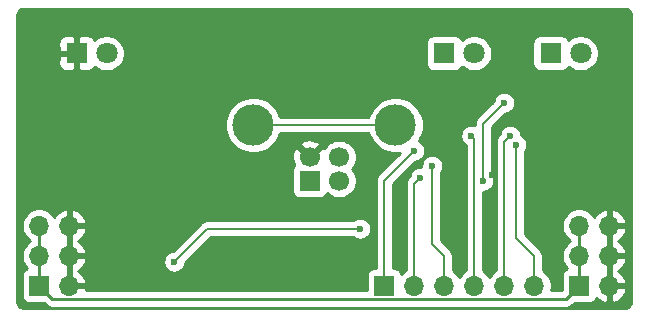
<source format=gbl>
%TF.GenerationSoftware,KiCad,Pcbnew,(5.1.10-0-10_14)*%
%TF.CreationDate,2021-05-10T23:18:38+02:00*%
%TF.ProjectId,USB_power_serial_breakout,5553425f-706f-4776-9572-5f7365726961,rev?*%
%TF.SameCoordinates,Original*%
%TF.FileFunction,Copper,L2,Bot*%
%TF.FilePolarity,Positive*%
%FSLAX46Y46*%
G04 Gerber Fmt 4.6, Leading zero omitted, Abs format (unit mm)*
G04 Created by KiCad (PCBNEW (5.1.10-0-10_14)) date 2021-05-10 23:18:38*
%MOMM*%
%LPD*%
G01*
G04 APERTURE LIST*
%TA.AperFunction,ComponentPad*%
%ADD10C,1.800000*%
%TD*%
%TA.AperFunction,ComponentPad*%
%ADD11R,1.800000X1.800000*%
%TD*%
%TA.AperFunction,ComponentPad*%
%ADD12O,1.700000X1.700000*%
%TD*%
%TA.AperFunction,ComponentPad*%
%ADD13R,1.700000X1.700000*%
%TD*%
%TA.AperFunction,ComponentPad*%
%ADD14C,3.500000*%
%TD*%
%TA.AperFunction,ComponentPad*%
%ADD15C,1.700000*%
%TD*%
%TA.AperFunction,ViaPad*%
%ADD16C,0.600000*%
%TD*%
%TA.AperFunction,Conductor*%
%ADD17C,0.228600*%
%TD*%
%TA.AperFunction,Conductor*%
%ADD18C,0.152400*%
%TD*%
%TA.AperFunction,Conductor*%
%ADD19C,0.254000*%
%TD*%
%TA.AperFunction,Conductor*%
%ADD20C,0.100000*%
%TD*%
G04 APERTURE END LIST*
D10*
%TO.P,D3,2*%
%TO.N,Net-(D3-Pad2)*%
X198755000Y-66675000D03*
D11*
%TO.P,D3,1*%
%TO.N,GND*%
X196215000Y-66675000D03*
%TD*%
D12*
%TO.P,J4,6*%
%TO.N,CBUS0*%
X234950000Y-86360000D03*
%TO.P,J4,5*%
%TO.N,CBUS3*%
X232410000Y-86360000D03*
%TO.P,J4,4*%
%TO.N,TxD*%
X229870000Y-86360000D03*
%TO.P,J4,3*%
%TO.N,RxD*%
X227330000Y-86360000D03*
%TO.P,J4,2*%
%TO.N,~CTS*%
X224790000Y-86360000D03*
D13*
%TO.P,J4,1*%
%TO.N,~RTS*%
X222250000Y-86360000D03*
%TD*%
D14*
%TO.P,J3,5*%
%TO.N,Net-(J3-Pad5)*%
X223210000Y-72760000D03*
X211170000Y-72760000D03*
D15*
%TO.P,J3,4*%
%TO.N,GND*%
X215940000Y-75470000D03*
%TO.P,J3,3*%
%TO.N,Net-(C2-Pad1)*%
X218440000Y-75470000D03*
%TO.P,J3,2*%
%TO.N,Net-(C3-Pad1)*%
X218440000Y-77470000D03*
D13*
%TO.P,J3,1*%
%TO.N,/vbus*%
X215940000Y-77470000D03*
%TD*%
D12*
%TO.P,J2,6*%
%TO.N,GND*%
X241300000Y-81280000D03*
%TO.P,J2,5*%
%TO.N,VCC*%
X238760000Y-81280000D03*
%TO.P,J2,4*%
%TO.N,GND*%
X241300000Y-83820000D03*
%TO.P,J2,3*%
%TO.N,VCC*%
X238760000Y-83820000D03*
%TO.P,J2,2*%
%TO.N,GND*%
X241300000Y-86360000D03*
D13*
%TO.P,J2,1*%
%TO.N,VCC*%
X238760000Y-86360000D03*
%TD*%
D12*
%TO.P,J1,6*%
%TO.N,GND*%
X195580000Y-81280000D03*
%TO.P,J1,5*%
%TO.N,VCC*%
X193040000Y-81280000D03*
%TO.P,J1,4*%
%TO.N,GND*%
X195580000Y-83820000D03*
%TO.P,J1,3*%
%TO.N,VCC*%
X193040000Y-83820000D03*
%TO.P,J1,2*%
%TO.N,GND*%
X195580000Y-86360000D03*
D13*
%TO.P,J1,1*%
%TO.N,VCC*%
X193040000Y-86360000D03*
%TD*%
D10*
%TO.P,D2,2*%
%TO.N,Net-(C4-Pad1)*%
X238887000Y-66675000D03*
D11*
%TO.P,D2,1*%
%TO.N,Net-(D2-Pad1)*%
X236347000Y-66675000D03*
%TD*%
D10*
%TO.P,D1,2*%
%TO.N,Net-(C4-Pad1)*%
X229870000Y-66675000D03*
D11*
%TO.P,D1,1*%
%TO.N,Net-(D1-Pad1)*%
X227330000Y-66675000D03*
%TD*%
D16*
%TO.N,GND*%
X231394000Y-76962000D03*
X231648000Y-75692000D03*
%TO.N,CBUS0*%
X233426000Y-74422000D03*
%TO.N,CBUS3*%
X232918000Y-73660000D03*
%TO.N,TxD*%
X229616000Y-73660000D03*
%TO.N,RxD*%
X226314000Y-76200000D03*
%TO.N,~CTS*%
X225298000Y-77216000D03*
%TO.N,~RTS*%
X224790000Y-74930000D03*
%TO.N,USBD+*%
X204470000Y-84328000D03*
X220218000Y-81534000D03*
%TO.N,~TXLED*%
X230632000Y-77470000D03*
X232410000Y-70866000D03*
%TD*%
D17*
%TO.N,GND*%
X231394000Y-76962000D02*
X231394000Y-75946000D01*
X231394000Y-75946000D02*
X231648000Y-75692000D01*
%TO.N,VCC*%
X193040000Y-81280000D02*
X193040000Y-86360000D01*
X237643299Y-87476701D02*
X238760000Y-86360000D01*
X194156701Y-87476701D02*
X237643299Y-87476701D01*
X193040000Y-86360000D02*
X194156701Y-87476701D01*
X238760000Y-86360000D02*
X238760000Y-81280000D01*
D18*
%TO.N,Net-(J3-Pad5)*%
X211170000Y-72760000D02*
X223210000Y-72760000D01*
%TO.N,CBUS0*%
X234950000Y-86360000D02*
X234950000Y-83820000D01*
X234950000Y-83820000D02*
X233426000Y-82296000D01*
X233426000Y-82296000D02*
X233426000Y-74422000D01*
%TO.N,CBUS3*%
X232410000Y-74168000D02*
X232918000Y-73660000D01*
X232410000Y-86360000D02*
X232410000Y-74168000D01*
%TO.N,TxD*%
X229870000Y-73914000D02*
X229616000Y-73660000D01*
X229870000Y-86360000D02*
X229870000Y-73914000D01*
%TO.N,RxD*%
X227330000Y-86360000D02*
X227330000Y-83820000D01*
X227330000Y-83820000D02*
X226314000Y-82804000D01*
X226314000Y-82804000D02*
X226314000Y-76200000D01*
%TO.N,~CTS*%
X224790000Y-77724000D02*
X225298000Y-77216000D01*
X224790000Y-86360000D02*
X224790000Y-77724000D01*
%TO.N,~RTS*%
X222250000Y-77470000D02*
X224790000Y-74930000D01*
X222250000Y-86360000D02*
X222250000Y-77470000D01*
%TO.N,USBD+*%
X207264000Y-81534000D02*
X220218000Y-81534000D01*
X204470000Y-84328000D02*
X207264000Y-81534000D01*
%TO.N,~TXLED*%
X230632000Y-77470000D02*
X230632000Y-72644000D01*
X230632000Y-72644000D02*
X232410000Y-70866000D01*
%TD*%
D19*
%TO.N,GND*%
X242687869Y-62904722D02*
X242801246Y-62938953D01*
X242905819Y-62994555D01*
X242997596Y-63069407D01*
X243073091Y-63160664D01*
X243129419Y-63264844D01*
X243164440Y-63377976D01*
X243180000Y-63526022D01*
X243180001Y-87597711D01*
X243165278Y-87747869D01*
X243131047Y-87861246D01*
X243075446Y-87965817D01*
X243000594Y-88057595D01*
X242909335Y-88133091D01*
X242805160Y-88189419D01*
X242692024Y-88224440D01*
X242543979Y-88240000D01*
X191802279Y-88240000D01*
X191652131Y-88225278D01*
X191538754Y-88191047D01*
X191434183Y-88135446D01*
X191342405Y-88060594D01*
X191266909Y-87969335D01*
X191210581Y-87865160D01*
X191175560Y-87752024D01*
X191160000Y-87603979D01*
X191160000Y-85510000D01*
X191551928Y-85510000D01*
X191551928Y-87210000D01*
X191564188Y-87334482D01*
X191600498Y-87454180D01*
X191659463Y-87564494D01*
X191738815Y-87661185D01*
X191835506Y-87740537D01*
X191945820Y-87799502D01*
X192065518Y-87835812D01*
X192190000Y-87848072D01*
X193468401Y-87848072D01*
X193600847Y-87980518D01*
X193624303Y-88009099D01*
X193652884Y-88032555D01*
X193652891Y-88032562D01*
X193737880Y-88102310D01*
X193738398Y-88102735D01*
X193868569Y-88172313D01*
X194009813Y-88215159D01*
X194119895Y-88226001D01*
X194119905Y-88226001D01*
X194156701Y-88229625D01*
X194193497Y-88226001D01*
X237606504Y-88226001D01*
X237643299Y-88229625D01*
X237680094Y-88226001D01*
X237680105Y-88226001D01*
X237790187Y-88215159D01*
X237931431Y-88172313D01*
X238061602Y-88102735D01*
X238175697Y-88009099D01*
X238199162Y-87980507D01*
X238331597Y-87848072D01*
X239610000Y-87848072D01*
X239734482Y-87835812D01*
X239854180Y-87799502D01*
X239964494Y-87740537D01*
X240061185Y-87661185D01*
X240140537Y-87564494D01*
X240199502Y-87454180D01*
X240222498Y-87378374D01*
X240418645Y-87555178D01*
X240668748Y-87704157D01*
X240943109Y-87801481D01*
X241173000Y-87680814D01*
X241173000Y-86487000D01*
X241427000Y-86487000D01*
X241427000Y-87680814D01*
X241656891Y-87801481D01*
X241931252Y-87704157D01*
X242181355Y-87555178D01*
X242397588Y-87360269D01*
X242571641Y-87126920D01*
X242696825Y-86864099D01*
X242741476Y-86716890D01*
X242620155Y-86487000D01*
X241427000Y-86487000D01*
X241173000Y-86487000D01*
X241153000Y-86487000D01*
X241153000Y-86233000D01*
X241173000Y-86233000D01*
X241173000Y-83947000D01*
X241427000Y-83947000D01*
X241427000Y-86233000D01*
X242620155Y-86233000D01*
X242741476Y-86003110D01*
X242696825Y-85855901D01*
X242571641Y-85593080D01*
X242397588Y-85359731D01*
X242181355Y-85164822D01*
X242055745Y-85090000D01*
X242181355Y-85015178D01*
X242397588Y-84820269D01*
X242571641Y-84586920D01*
X242696825Y-84324099D01*
X242741476Y-84176890D01*
X242620155Y-83947000D01*
X241427000Y-83947000D01*
X241173000Y-83947000D01*
X241153000Y-83947000D01*
X241153000Y-83693000D01*
X241173000Y-83693000D01*
X241173000Y-81407000D01*
X241427000Y-81407000D01*
X241427000Y-83693000D01*
X242620155Y-83693000D01*
X242741476Y-83463110D01*
X242696825Y-83315901D01*
X242571641Y-83053080D01*
X242397588Y-82819731D01*
X242181355Y-82624822D01*
X242055745Y-82550000D01*
X242181355Y-82475178D01*
X242397588Y-82280269D01*
X242571641Y-82046920D01*
X242696825Y-81784099D01*
X242741476Y-81636890D01*
X242620155Y-81407000D01*
X241427000Y-81407000D01*
X241173000Y-81407000D01*
X241153000Y-81407000D01*
X241153000Y-81153000D01*
X241173000Y-81153000D01*
X241173000Y-79959186D01*
X241427000Y-79959186D01*
X241427000Y-81153000D01*
X242620155Y-81153000D01*
X242741476Y-80923110D01*
X242696825Y-80775901D01*
X242571641Y-80513080D01*
X242397588Y-80279731D01*
X242181355Y-80084822D01*
X241931252Y-79935843D01*
X241656891Y-79838519D01*
X241427000Y-79959186D01*
X241173000Y-79959186D01*
X240943109Y-79838519D01*
X240668748Y-79935843D01*
X240418645Y-80084822D01*
X240202412Y-80279731D01*
X240031100Y-80509406D01*
X239913475Y-80333368D01*
X239706632Y-80126525D01*
X239463411Y-79964010D01*
X239193158Y-79852068D01*
X238906260Y-79795000D01*
X238613740Y-79795000D01*
X238326842Y-79852068D01*
X238056589Y-79964010D01*
X237813368Y-80126525D01*
X237606525Y-80333368D01*
X237444010Y-80576589D01*
X237332068Y-80846842D01*
X237275000Y-81133740D01*
X237275000Y-81426260D01*
X237332068Y-81713158D01*
X237444010Y-81983411D01*
X237606525Y-82226632D01*
X237813368Y-82433475D01*
X237987760Y-82550000D01*
X237813368Y-82666525D01*
X237606525Y-82873368D01*
X237444010Y-83116589D01*
X237332068Y-83386842D01*
X237275000Y-83673740D01*
X237275000Y-83966260D01*
X237332068Y-84253158D01*
X237444010Y-84523411D01*
X237606525Y-84766632D01*
X237738380Y-84898487D01*
X237665820Y-84920498D01*
X237555506Y-84979463D01*
X237458815Y-85058815D01*
X237379463Y-85155506D01*
X237320498Y-85265820D01*
X237284188Y-85385518D01*
X237271928Y-85510000D01*
X237271928Y-86727401D01*
X236391012Y-86727401D01*
X236435000Y-86506260D01*
X236435000Y-86213740D01*
X236377932Y-85926842D01*
X236265990Y-85656589D01*
X236103475Y-85413368D01*
X235896632Y-85206525D01*
X235661200Y-85049214D01*
X235661200Y-83854917D01*
X235664639Y-83819999D01*
X235661200Y-83785081D01*
X235661200Y-83785064D01*
X235650909Y-83680580D01*
X235610242Y-83546519D01*
X235565659Y-83463110D01*
X235544202Y-83422966D01*
X235477597Y-83341808D01*
X235477593Y-83341804D01*
X235455327Y-83314673D01*
X235428196Y-83292407D01*
X234137200Y-82001413D01*
X234137200Y-75033090D01*
X234152262Y-75018028D01*
X234254586Y-74864889D01*
X234325068Y-74694729D01*
X234361000Y-74514089D01*
X234361000Y-74329911D01*
X234325068Y-74149271D01*
X234254586Y-73979111D01*
X234152262Y-73825972D01*
X234022028Y-73695738D01*
X233868889Y-73593414D01*
X233853000Y-73586833D01*
X233853000Y-73567911D01*
X233817068Y-73387271D01*
X233746586Y-73217111D01*
X233644262Y-73063972D01*
X233514028Y-72933738D01*
X233360889Y-72831414D01*
X233190729Y-72760932D01*
X233010089Y-72725000D01*
X232825911Y-72725000D01*
X232645271Y-72760932D01*
X232475111Y-72831414D01*
X232321972Y-72933738D01*
X232191738Y-73063972D01*
X232089414Y-73217111D01*
X232018932Y-73387271D01*
X231983000Y-73567911D01*
X231983000Y-73589213D01*
X231931809Y-73640404D01*
X231904674Y-73662673D01*
X231882404Y-73689809D01*
X231882403Y-73689810D01*
X231815798Y-73770968D01*
X231786398Y-73825972D01*
X231749759Y-73894519D01*
X231709092Y-74028580D01*
X231705344Y-74066629D01*
X231695360Y-74168000D01*
X231698801Y-74202936D01*
X231698800Y-85049214D01*
X231463368Y-85206525D01*
X231256525Y-85413368D01*
X231140000Y-85587760D01*
X231023475Y-85413368D01*
X230816632Y-85206525D01*
X230581200Y-85049214D01*
X230581200Y-78405000D01*
X230724089Y-78405000D01*
X230904729Y-78369068D01*
X231074889Y-78298586D01*
X231228028Y-78196262D01*
X231358262Y-78066028D01*
X231460586Y-77912889D01*
X231531068Y-77742729D01*
X231567000Y-77562089D01*
X231567000Y-77377911D01*
X231531068Y-77197271D01*
X231460586Y-77027111D01*
X231358262Y-76873972D01*
X231343200Y-76858910D01*
X231343200Y-72938587D01*
X232480789Y-71801000D01*
X232502089Y-71801000D01*
X232682729Y-71765068D01*
X232852889Y-71694586D01*
X233006028Y-71592262D01*
X233136262Y-71462028D01*
X233238586Y-71308889D01*
X233309068Y-71138729D01*
X233345000Y-70958089D01*
X233345000Y-70773911D01*
X233309068Y-70593271D01*
X233238586Y-70423111D01*
X233136262Y-70269972D01*
X233006028Y-70139738D01*
X232852889Y-70037414D01*
X232682729Y-69966932D01*
X232502089Y-69931000D01*
X232317911Y-69931000D01*
X232137271Y-69966932D01*
X231967111Y-70037414D01*
X231813972Y-70139738D01*
X231683738Y-70269972D01*
X231581414Y-70423111D01*
X231510932Y-70593271D01*
X231475000Y-70773911D01*
X231475000Y-70795211D01*
X230153810Y-72116403D01*
X230126674Y-72138673D01*
X230104404Y-72165809D01*
X230104403Y-72165810D01*
X230037798Y-72246968D01*
X229971759Y-72370519D01*
X229931092Y-72504581D01*
X229917360Y-72644000D01*
X229920801Y-72678936D01*
X229920801Y-72774217D01*
X229888729Y-72760932D01*
X229708089Y-72725000D01*
X229523911Y-72725000D01*
X229343271Y-72760932D01*
X229173111Y-72831414D01*
X229019972Y-72933738D01*
X228889738Y-73063972D01*
X228787414Y-73217111D01*
X228716932Y-73387271D01*
X228681000Y-73567911D01*
X228681000Y-73752089D01*
X228716932Y-73932729D01*
X228787414Y-74102889D01*
X228889738Y-74256028D01*
X229019972Y-74386262D01*
X229158801Y-74479024D01*
X229158800Y-85049214D01*
X228923368Y-85206525D01*
X228716525Y-85413368D01*
X228600000Y-85587760D01*
X228483475Y-85413368D01*
X228276632Y-85206525D01*
X228041200Y-85049214D01*
X228041200Y-83854928D01*
X228044640Y-83820000D01*
X228041200Y-83785071D01*
X228041200Y-83785064D01*
X228030909Y-83680580D01*
X227990242Y-83546519D01*
X227924202Y-83422967D01*
X227835327Y-83314673D01*
X227808191Y-83292403D01*
X227025200Y-82509413D01*
X227025200Y-76811090D01*
X227040262Y-76796028D01*
X227142586Y-76642889D01*
X227213068Y-76472729D01*
X227249000Y-76292089D01*
X227249000Y-76107911D01*
X227213068Y-75927271D01*
X227142586Y-75757111D01*
X227040262Y-75603972D01*
X226910028Y-75473738D01*
X226756889Y-75371414D01*
X226586729Y-75300932D01*
X226406089Y-75265000D01*
X226221911Y-75265000D01*
X226041271Y-75300932D01*
X225871111Y-75371414D01*
X225717972Y-75473738D01*
X225587738Y-75603972D01*
X225485414Y-75757111D01*
X225414932Y-75927271D01*
X225379000Y-76107911D01*
X225379000Y-76281000D01*
X225205911Y-76281000D01*
X225025271Y-76316932D01*
X224855111Y-76387414D01*
X224701972Y-76489738D01*
X224571738Y-76619972D01*
X224469414Y-76773111D01*
X224398932Y-76943271D01*
X224363000Y-77123911D01*
X224363000Y-77145213D01*
X224311809Y-77196404D01*
X224284674Y-77218673D01*
X224262404Y-77245809D01*
X224262403Y-77245810D01*
X224195798Y-77326968D01*
X224168569Y-77377911D01*
X224129759Y-77450519D01*
X224089092Y-77584580D01*
X224085972Y-77616260D01*
X224075360Y-77724000D01*
X224078801Y-77758936D01*
X224078800Y-85049214D01*
X223843368Y-85206525D01*
X223711513Y-85338380D01*
X223689502Y-85265820D01*
X223630537Y-85155506D01*
X223551185Y-85058815D01*
X223454494Y-84979463D01*
X223344180Y-84920498D01*
X223224482Y-84884188D01*
X223100000Y-84871928D01*
X222961200Y-84871928D01*
X222961200Y-77764587D01*
X224860789Y-75865000D01*
X224882089Y-75865000D01*
X225062729Y-75829068D01*
X225232889Y-75758586D01*
X225386028Y-75656262D01*
X225516262Y-75526028D01*
X225618586Y-75372889D01*
X225689068Y-75202729D01*
X225725000Y-75022089D01*
X225725000Y-74837911D01*
X225689068Y-74657271D01*
X225618586Y-74487111D01*
X225516262Y-74333972D01*
X225386028Y-74203738D01*
X225232889Y-74101414D01*
X225193118Y-74084941D01*
X225323560Y-73889721D01*
X225503346Y-73455679D01*
X225595000Y-72994902D01*
X225595000Y-72525098D01*
X225503346Y-72064321D01*
X225323560Y-71630279D01*
X225062550Y-71239651D01*
X224730349Y-70907450D01*
X224339721Y-70646440D01*
X223905679Y-70466654D01*
X223444902Y-70375000D01*
X222975098Y-70375000D01*
X222514321Y-70466654D01*
X222080279Y-70646440D01*
X221689651Y-70907450D01*
X221357450Y-71239651D01*
X221096440Y-71630279D01*
X220923083Y-72048800D01*
X213456917Y-72048800D01*
X213283560Y-71630279D01*
X213022550Y-71239651D01*
X212690349Y-70907450D01*
X212299721Y-70646440D01*
X211865679Y-70466654D01*
X211404902Y-70375000D01*
X210935098Y-70375000D01*
X210474321Y-70466654D01*
X210040279Y-70646440D01*
X209649651Y-70907450D01*
X209317450Y-71239651D01*
X209056440Y-71630279D01*
X208876654Y-72064321D01*
X208785000Y-72525098D01*
X208785000Y-72994902D01*
X208876654Y-73455679D01*
X209056440Y-73889721D01*
X209317450Y-74280349D01*
X209649651Y-74612550D01*
X210040279Y-74873560D01*
X210474321Y-75053346D01*
X210935098Y-75145000D01*
X211404902Y-75145000D01*
X211865679Y-75053346D01*
X212299721Y-74873560D01*
X212690349Y-74612550D01*
X212861296Y-74441603D01*
X215091208Y-74441603D01*
X215940000Y-75290395D01*
X216788792Y-74441603D01*
X216711157Y-74192528D01*
X216447117Y-74066629D01*
X216163589Y-73994661D01*
X215871469Y-73979389D01*
X215581981Y-74021401D01*
X215306253Y-74119081D01*
X215168843Y-74192528D01*
X215091208Y-74441603D01*
X212861296Y-74441603D01*
X213022550Y-74280349D01*
X213283560Y-73889721D01*
X213456917Y-73471200D01*
X220923083Y-73471200D01*
X221096440Y-73889721D01*
X221357450Y-74280349D01*
X221689651Y-74612550D01*
X222080279Y-74873560D01*
X222514321Y-75053346D01*
X222975098Y-75145000D01*
X223444902Y-75145000D01*
X223600078Y-75114134D01*
X221771810Y-76942403D01*
X221744674Y-76964673D01*
X221722404Y-76991809D01*
X221722403Y-76991810D01*
X221655798Y-77072968D01*
X221589759Y-77196519D01*
X221549092Y-77330581D01*
X221535360Y-77470000D01*
X221538801Y-77504935D01*
X221538800Y-84871928D01*
X221400000Y-84871928D01*
X221275518Y-84884188D01*
X221155820Y-84920498D01*
X221045506Y-84979463D01*
X220948815Y-85058815D01*
X220869463Y-85155506D01*
X220810498Y-85265820D01*
X220774188Y-85385518D01*
X220761928Y-85510000D01*
X220761928Y-86727401D01*
X197018288Y-86727401D01*
X197021476Y-86716890D01*
X196900155Y-86487000D01*
X195707000Y-86487000D01*
X195707000Y-86507000D01*
X195453000Y-86507000D01*
X195453000Y-86487000D01*
X195433000Y-86487000D01*
X195433000Y-86233000D01*
X195453000Y-86233000D01*
X195453000Y-83947000D01*
X195707000Y-83947000D01*
X195707000Y-86233000D01*
X196900155Y-86233000D01*
X197021476Y-86003110D01*
X196976825Y-85855901D01*
X196851641Y-85593080D01*
X196677588Y-85359731D01*
X196461355Y-85164822D01*
X196335745Y-85090000D01*
X196461355Y-85015178D01*
X196677588Y-84820269D01*
X196851641Y-84586920D01*
X196976825Y-84324099D01*
X197003573Y-84235911D01*
X203535000Y-84235911D01*
X203535000Y-84420089D01*
X203570932Y-84600729D01*
X203641414Y-84770889D01*
X203743738Y-84924028D01*
X203873972Y-85054262D01*
X204027111Y-85156586D01*
X204197271Y-85227068D01*
X204377911Y-85263000D01*
X204562089Y-85263000D01*
X204742729Y-85227068D01*
X204912889Y-85156586D01*
X205066028Y-85054262D01*
X205196262Y-84924028D01*
X205298586Y-84770889D01*
X205369068Y-84600729D01*
X205405000Y-84420089D01*
X205405000Y-84398787D01*
X207558589Y-82245200D01*
X219606910Y-82245200D01*
X219621972Y-82260262D01*
X219775111Y-82362586D01*
X219945271Y-82433068D01*
X220125911Y-82469000D01*
X220310089Y-82469000D01*
X220490729Y-82433068D01*
X220660889Y-82362586D01*
X220814028Y-82260262D01*
X220944262Y-82130028D01*
X221046586Y-81976889D01*
X221117068Y-81806729D01*
X221153000Y-81626089D01*
X221153000Y-81441911D01*
X221117068Y-81261271D01*
X221046586Y-81091111D01*
X220944262Y-80937972D01*
X220814028Y-80807738D01*
X220660889Y-80705414D01*
X220490729Y-80634932D01*
X220310089Y-80599000D01*
X220125911Y-80599000D01*
X219945271Y-80634932D01*
X219775111Y-80705414D01*
X219621972Y-80807738D01*
X219606910Y-80822800D01*
X207298928Y-80822800D01*
X207264000Y-80819360D01*
X207229071Y-80822800D01*
X207229064Y-80822800D01*
X207124580Y-80833091D01*
X206990518Y-80873758D01*
X206866967Y-80939798D01*
X206785809Y-81006402D01*
X206785804Y-81006407D01*
X206758673Y-81028673D01*
X206736407Y-81055804D01*
X204399213Y-83393000D01*
X204377911Y-83393000D01*
X204197271Y-83428932D01*
X204027111Y-83499414D01*
X203873972Y-83601738D01*
X203743738Y-83731972D01*
X203641414Y-83885111D01*
X203570932Y-84055271D01*
X203535000Y-84235911D01*
X197003573Y-84235911D01*
X197021476Y-84176890D01*
X196900155Y-83947000D01*
X195707000Y-83947000D01*
X195453000Y-83947000D01*
X195433000Y-83947000D01*
X195433000Y-83693000D01*
X195453000Y-83693000D01*
X195453000Y-81407000D01*
X195707000Y-81407000D01*
X195707000Y-83693000D01*
X196900155Y-83693000D01*
X197021476Y-83463110D01*
X196976825Y-83315901D01*
X196851641Y-83053080D01*
X196677588Y-82819731D01*
X196461355Y-82624822D01*
X196335745Y-82550000D01*
X196461355Y-82475178D01*
X196677588Y-82280269D01*
X196851641Y-82046920D01*
X196976825Y-81784099D01*
X197021476Y-81636890D01*
X196900155Y-81407000D01*
X195707000Y-81407000D01*
X195453000Y-81407000D01*
X195433000Y-81407000D01*
X195433000Y-81153000D01*
X195453000Y-81153000D01*
X195453000Y-79959186D01*
X195707000Y-79959186D01*
X195707000Y-81153000D01*
X196900155Y-81153000D01*
X197021476Y-80923110D01*
X196976825Y-80775901D01*
X196851641Y-80513080D01*
X196677588Y-80279731D01*
X196461355Y-80084822D01*
X196211252Y-79935843D01*
X195936891Y-79838519D01*
X195707000Y-79959186D01*
X195453000Y-79959186D01*
X195223109Y-79838519D01*
X194948748Y-79935843D01*
X194698645Y-80084822D01*
X194482412Y-80279731D01*
X194311100Y-80509406D01*
X194193475Y-80333368D01*
X193986632Y-80126525D01*
X193743411Y-79964010D01*
X193473158Y-79852068D01*
X193186260Y-79795000D01*
X192893740Y-79795000D01*
X192606842Y-79852068D01*
X192336589Y-79964010D01*
X192093368Y-80126525D01*
X191886525Y-80333368D01*
X191724010Y-80576589D01*
X191612068Y-80846842D01*
X191555000Y-81133740D01*
X191555000Y-81426260D01*
X191612068Y-81713158D01*
X191724010Y-81983411D01*
X191886525Y-82226632D01*
X192093368Y-82433475D01*
X192267760Y-82550000D01*
X192093368Y-82666525D01*
X191886525Y-82873368D01*
X191724010Y-83116589D01*
X191612068Y-83386842D01*
X191555000Y-83673740D01*
X191555000Y-83966260D01*
X191612068Y-84253158D01*
X191724010Y-84523411D01*
X191886525Y-84766632D01*
X192018380Y-84898487D01*
X191945820Y-84920498D01*
X191835506Y-84979463D01*
X191738815Y-85058815D01*
X191659463Y-85155506D01*
X191600498Y-85265820D01*
X191564188Y-85385518D01*
X191551928Y-85510000D01*
X191160000Y-85510000D01*
X191160000Y-75538531D01*
X214449389Y-75538531D01*
X214491401Y-75828019D01*
X214589081Y-76103747D01*
X214629759Y-76179850D01*
X214559463Y-76265506D01*
X214500498Y-76375820D01*
X214464188Y-76495518D01*
X214451928Y-76620000D01*
X214451928Y-78320000D01*
X214464188Y-78444482D01*
X214500498Y-78564180D01*
X214559463Y-78674494D01*
X214638815Y-78771185D01*
X214735506Y-78850537D01*
X214845820Y-78909502D01*
X214965518Y-78945812D01*
X215090000Y-78958072D01*
X216790000Y-78958072D01*
X216914482Y-78945812D01*
X217034180Y-78909502D01*
X217144494Y-78850537D01*
X217241185Y-78771185D01*
X217320537Y-78674494D01*
X217379502Y-78564180D01*
X217392203Y-78522310D01*
X217493368Y-78623475D01*
X217736589Y-78785990D01*
X218006842Y-78897932D01*
X218293740Y-78955000D01*
X218586260Y-78955000D01*
X218873158Y-78897932D01*
X219143411Y-78785990D01*
X219386632Y-78623475D01*
X219593475Y-78416632D01*
X219755990Y-78173411D01*
X219867932Y-77903158D01*
X219925000Y-77616260D01*
X219925000Y-77323740D01*
X219867932Y-77036842D01*
X219755990Y-76766589D01*
X219593475Y-76523368D01*
X219540107Y-76470000D01*
X219593475Y-76416632D01*
X219755990Y-76173411D01*
X219867932Y-75903158D01*
X219925000Y-75616260D01*
X219925000Y-75323740D01*
X219867932Y-75036842D01*
X219755990Y-74766589D01*
X219593475Y-74523368D01*
X219386632Y-74316525D01*
X219143411Y-74154010D01*
X218873158Y-74042068D01*
X218586260Y-73985000D01*
X218293740Y-73985000D01*
X218006842Y-74042068D01*
X217736589Y-74154010D01*
X217493368Y-74316525D01*
X217286525Y-74523368D01*
X217177584Y-74686410D01*
X216968397Y-74621208D01*
X216119605Y-75470000D01*
X216133748Y-75484143D01*
X215954143Y-75663748D01*
X215940000Y-75649605D01*
X215925858Y-75663748D01*
X215746253Y-75484143D01*
X215760395Y-75470000D01*
X214911603Y-74621208D01*
X214662528Y-74698843D01*
X214536629Y-74962883D01*
X214464661Y-75246411D01*
X214449389Y-75538531D01*
X191160000Y-75538531D01*
X191160000Y-67575000D01*
X194676928Y-67575000D01*
X194689188Y-67699482D01*
X194725498Y-67819180D01*
X194784463Y-67929494D01*
X194863815Y-68026185D01*
X194960506Y-68105537D01*
X195070820Y-68164502D01*
X195190518Y-68200812D01*
X195315000Y-68213072D01*
X195929250Y-68210000D01*
X196088000Y-68051250D01*
X196088000Y-66802000D01*
X194838750Y-66802000D01*
X194680000Y-66960750D01*
X194676928Y-67575000D01*
X191160000Y-67575000D01*
X191160000Y-65775000D01*
X194676928Y-65775000D01*
X194680000Y-66389250D01*
X194838750Y-66548000D01*
X196088000Y-66548000D01*
X196088000Y-65298750D01*
X196342000Y-65298750D01*
X196342000Y-66548000D01*
X196362000Y-66548000D01*
X196362000Y-66802000D01*
X196342000Y-66802000D01*
X196342000Y-68051250D01*
X196500750Y-68210000D01*
X197115000Y-68213072D01*
X197239482Y-68200812D01*
X197359180Y-68164502D01*
X197469494Y-68105537D01*
X197566185Y-68026185D01*
X197645537Y-67929494D01*
X197704502Y-67819180D01*
X197710056Y-67800873D01*
X197776495Y-67867312D01*
X198027905Y-68035299D01*
X198307257Y-68151011D01*
X198603816Y-68210000D01*
X198906184Y-68210000D01*
X199202743Y-68151011D01*
X199482095Y-68035299D01*
X199733505Y-67867312D01*
X199947312Y-67653505D01*
X200115299Y-67402095D01*
X200231011Y-67122743D01*
X200290000Y-66826184D01*
X200290000Y-66523816D01*
X200231011Y-66227257D01*
X200115299Y-65947905D01*
X199999768Y-65775000D01*
X225791928Y-65775000D01*
X225791928Y-67575000D01*
X225804188Y-67699482D01*
X225840498Y-67819180D01*
X225899463Y-67929494D01*
X225978815Y-68026185D01*
X226075506Y-68105537D01*
X226185820Y-68164502D01*
X226305518Y-68200812D01*
X226430000Y-68213072D01*
X228230000Y-68213072D01*
X228354482Y-68200812D01*
X228474180Y-68164502D01*
X228584494Y-68105537D01*
X228681185Y-68026185D01*
X228760537Y-67929494D01*
X228819502Y-67819180D01*
X228825056Y-67800873D01*
X228891495Y-67867312D01*
X229142905Y-68035299D01*
X229422257Y-68151011D01*
X229718816Y-68210000D01*
X230021184Y-68210000D01*
X230317743Y-68151011D01*
X230597095Y-68035299D01*
X230848505Y-67867312D01*
X231062312Y-67653505D01*
X231230299Y-67402095D01*
X231346011Y-67122743D01*
X231405000Y-66826184D01*
X231405000Y-66523816D01*
X231346011Y-66227257D01*
X231230299Y-65947905D01*
X231114768Y-65775000D01*
X234808928Y-65775000D01*
X234808928Y-67575000D01*
X234821188Y-67699482D01*
X234857498Y-67819180D01*
X234916463Y-67929494D01*
X234995815Y-68026185D01*
X235092506Y-68105537D01*
X235202820Y-68164502D01*
X235322518Y-68200812D01*
X235447000Y-68213072D01*
X237247000Y-68213072D01*
X237371482Y-68200812D01*
X237491180Y-68164502D01*
X237601494Y-68105537D01*
X237698185Y-68026185D01*
X237777537Y-67929494D01*
X237836502Y-67819180D01*
X237842056Y-67800873D01*
X237908495Y-67867312D01*
X238159905Y-68035299D01*
X238439257Y-68151011D01*
X238735816Y-68210000D01*
X239038184Y-68210000D01*
X239334743Y-68151011D01*
X239614095Y-68035299D01*
X239865505Y-67867312D01*
X240079312Y-67653505D01*
X240247299Y-67402095D01*
X240363011Y-67122743D01*
X240422000Y-66826184D01*
X240422000Y-66523816D01*
X240363011Y-66227257D01*
X240247299Y-65947905D01*
X240079312Y-65696495D01*
X239865505Y-65482688D01*
X239614095Y-65314701D01*
X239334743Y-65198989D01*
X239038184Y-65140000D01*
X238735816Y-65140000D01*
X238439257Y-65198989D01*
X238159905Y-65314701D01*
X237908495Y-65482688D01*
X237842056Y-65549127D01*
X237836502Y-65530820D01*
X237777537Y-65420506D01*
X237698185Y-65323815D01*
X237601494Y-65244463D01*
X237491180Y-65185498D01*
X237371482Y-65149188D01*
X237247000Y-65136928D01*
X235447000Y-65136928D01*
X235322518Y-65149188D01*
X235202820Y-65185498D01*
X235092506Y-65244463D01*
X234995815Y-65323815D01*
X234916463Y-65420506D01*
X234857498Y-65530820D01*
X234821188Y-65650518D01*
X234808928Y-65775000D01*
X231114768Y-65775000D01*
X231062312Y-65696495D01*
X230848505Y-65482688D01*
X230597095Y-65314701D01*
X230317743Y-65198989D01*
X230021184Y-65140000D01*
X229718816Y-65140000D01*
X229422257Y-65198989D01*
X229142905Y-65314701D01*
X228891495Y-65482688D01*
X228825056Y-65549127D01*
X228819502Y-65530820D01*
X228760537Y-65420506D01*
X228681185Y-65323815D01*
X228584494Y-65244463D01*
X228474180Y-65185498D01*
X228354482Y-65149188D01*
X228230000Y-65136928D01*
X226430000Y-65136928D01*
X226305518Y-65149188D01*
X226185820Y-65185498D01*
X226075506Y-65244463D01*
X225978815Y-65323815D01*
X225899463Y-65420506D01*
X225840498Y-65530820D01*
X225804188Y-65650518D01*
X225791928Y-65775000D01*
X199999768Y-65775000D01*
X199947312Y-65696495D01*
X199733505Y-65482688D01*
X199482095Y-65314701D01*
X199202743Y-65198989D01*
X198906184Y-65140000D01*
X198603816Y-65140000D01*
X198307257Y-65198989D01*
X198027905Y-65314701D01*
X197776495Y-65482688D01*
X197710056Y-65549127D01*
X197704502Y-65530820D01*
X197645537Y-65420506D01*
X197566185Y-65323815D01*
X197469494Y-65244463D01*
X197359180Y-65185498D01*
X197239482Y-65149188D01*
X197115000Y-65136928D01*
X196500750Y-65140000D01*
X196342000Y-65298750D01*
X196088000Y-65298750D01*
X195929250Y-65140000D01*
X195315000Y-65136928D01*
X195190518Y-65149188D01*
X195070820Y-65185498D01*
X194960506Y-65244463D01*
X194863815Y-65323815D01*
X194784463Y-65420506D01*
X194725498Y-65530820D01*
X194689188Y-65650518D01*
X194676928Y-65775000D01*
X191160000Y-65775000D01*
X191160000Y-63532279D01*
X191174722Y-63382131D01*
X191208953Y-63268754D01*
X191264555Y-63164181D01*
X191339407Y-63072404D01*
X191430664Y-62996909D01*
X191534844Y-62940581D01*
X191647976Y-62905560D01*
X191796022Y-62890000D01*
X242537721Y-62890000D01*
X242687869Y-62904722D01*
%TA.AperFunction,Conductor*%
D20*
G36*
X242687869Y-62904722D02*
G01*
X242801246Y-62938953D01*
X242905819Y-62994555D01*
X242997596Y-63069407D01*
X243073091Y-63160664D01*
X243129419Y-63264844D01*
X243164440Y-63377976D01*
X243180000Y-63526022D01*
X243180001Y-87597711D01*
X243165278Y-87747869D01*
X243131047Y-87861246D01*
X243075446Y-87965817D01*
X243000594Y-88057595D01*
X242909335Y-88133091D01*
X242805160Y-88189419D01*
X242692024Y-88224440D01*
X242543979Y-88240000D01*
X191802279Y-88240000D01*
X191652131Y-88225278D01*
X191538754Y-88191047D01*
X191434183Y-88135446D01*
X191342405Y-88060594D01*
X191266909Y-87969335D01*
X191210581Y-87865160D01*
X191175560Y-87752024D01*
X191160000Y-87603979D01*
X191160000Y-85510000D01*
X191551928Y-85510000D01*
X191551928Y-87210000D01*
X191564188Y-87334482D01*
X191600498Y-87454180D01*
X191659463Y-87564494D01*
X191738815Y-87661185D01*
X191835506Y-87740537D01*
X191945820Y-87799502D01*
X192065518Y-87835812D01*
X192190000Y-87848072D01*
X193468401Y-87848072D01*
X193600847Y-87980518D01*
X193624303Y-88009099D01*
X193652884Y-88032555D01*
X193652891Y-88032562D01*
X193737880Y-88102310D01*
X193738398Y-88102735D01*
X193868569Y-88172313D01*
X194009813Y-88215159D01*
X194119895Y-88226001D01*
X194119905Y-88226001D01*
X194156701Y-88229625D01*
X194193497Y-88226001D01*
X237606504Y-88226001D01*
X237643299Y-88229625D01*
X237680094Y-88226001D01*
X237680105Y-88226001D01*
X237790187Y-88215159D01*
X237931431Y-88172313D01*
X238061602Y-88102735D01*
X238175697Y-88009099D01*
X238199162Y-87980507D01*
X238331597Y-87848072D01*
X239610000Y-87848072D01*
X239734482Y-87835812D01*
X239854180Y-87799502D01*
X239964494Y-87740537D01*
X240061185Y-87661185D01*
X240140537Y-87564494D01*
X240199502Y-87454180D01*
X240222498Y-87378374D01*
X240418645Y-87555178D01*
X240668748Y-87704157D01*
X240943109Y-87801481D01*
X241173000Y-87680814D01*
X241173000Y-86487000D01*
X241427000Y-86487000D01*
X241427000Y-87680814D01*
X241656891Y-87801481D01*
X241931252Y-87704157D01*
X242181355Y-87555178D01*
X242397588Y-87360269D01*
X242571641Y-87126920D01*
X242696825Y-86864099D01*
X242741476Y-86716890D01*
X242620155Y-86487000D01*
X241427000Y-86487000D01*
X241173000Y-86487000D01*
X241153000Y-86487000D01*
X241153000Y-86233000D01*
X241173000Y-86233000D01*
X241173000Y-83947000D01*
X241427000Y-83947000D01*
X241427000Y-86233000D01*
X242620155Y-86233000D01*
X242741476Y-86003110D01*
X242696825Y-85855901D01*
X242571641Y-85593080D01*
X242397588Y-85359731D01*
X242181355Y-85164822D01*
X242055745Y-85090000D01*
X242181355Y-85015178D01*
X242397588Y-84820269D01*
X242571641Y-84586920D01*
X242696825Y-84324099D01*
X242741476Y-84176890D01*
X242620155Y-83947000D01*
X241427000Y-83947000D01*
X241173000Y-83947000D01*
X241153000Y-83947000D01*
X241153000Y-83693000D01*
X241173000Y-83693000D01*
X241173000Y-81407000D01*
X241427000Y-81407000D01*
X241427000Y-83693000D01*
X242620155Y-83693000D01*
X242741476Y-83463110D01*
X242696825Y-83315901D01*
X242571641Y-83053080D01*
X242397588Y-82819731D01*
X242181355Y-82624822D01*
X242055745Y-82550000D01*
X242181355Y-82475178D01*
X242397588Y-82280269D01*
X242571641Y-82046920D01*
X242696825Y-81784099D01*
X242741476Y-81636890D01*
X242620155Y-81407000D01*
X241427000Y-81407000D01*
X241173000Y-81407000D01*
X241153000Y-81407000D01*
X241153000Y-81153000D01*
X241173000Y-81153000D01*
X241173000Y-79959186D01*
X241427000Y-79959186D01*
X241427000Y-81153000D01*
X242620155Y-81153000D01*
X242741476Y-80923110D01*
X242696825Y-80775901D01*
X242571641Y-80513080D01*
X242397588Y-80279731D01*
X242181355Y-80084822D01*
X241931252Y-79935843D01*
X241656891Y-79838519D01*
X241427000Y-79959186D01*
X241173000Y-79959186D01*
X240943109Y-79838519D01*
X240668748Y-79935843D01*
X240418645Y-80084822D01*
X240202412Y-80279731D01*
X240031100Y-80509406D01*
X239913475Y-80333368D01*
X239706632Y-80126525D01*
X239463411Y-79964010D01*
X239193158Y-79852068D01*
X238906260Y-79795000D01*
X238613740Y-79795000D01*
X238326842Y-79852068D01*
X238056589Y-79964010D01*
X237813368Y-80126525D01*
X237606525Y-80333368D01*
X237444010Y-80576589D01*
X237332068Y-80846842D01*
X237275000Y-81133740D01*
X237275000Y-81426260D01*
X237332068Y-81713158D01*
X237444010Y-81983411D01*
X237606525Y-82226632D01*
X237813368Y-82433475D01*
X237987760Y-82550000D01*
X237813368Y-82666525D01*
X237606525Y-82873368D01*
X237444010Y-83116589D01*
X237332068Y-83386842D01*
X237275000Y-83673740D01*
X237275000Y-83966260D01*
X237332068Y-84253158D01*
X237444010Y-84523411D01*
X237606525Y-84766632D01*
X237738380Y-84898487D01*
X237665820Y-84920498D01*
X237555506Y-84979463D01*
X237458815Y-85058815D01*
X237379463Y-85155506D01*
X237320498Y-85265820D01*
X237284188Y-85385518D01*
X237271928Y-85510000D01*
X237271928Y-86727401D01*
X236391012Y-86727401D01*
X236435000Y-86506260D01*
X236435000Y-86213740D01*
X236377932Y-85926842D01*
X236265990Y-85656589D01*
X236103475Y-85413368D01*
X235896632Y-85206525D01*
X235661200Y-85049214D01*
X235661200Y-83854917D01*
X235664639Y-83819999D01*
X235661200Y-83785081D01*
X235661200Y-83785064D01*
X235650909Y-83680580D01*
X235610242Y-83546519D01*
X235565659Y-83463110D01*
X235544202Y-83422966D01*
X235477597Y-83341808D01*
X235477593Y-83341804D01*
X235455327Y-83314673D01*
X235428196Y-83292407D01*
X234137200Y-82001413D01*
X234137200Y-75033090D01*
X234152262Y-75018028D01*
X234254586Y-74864889D01*
X234325068Y-74694729D01*
X234361000Y-74514089D01*
X234361000Y-74329911D01*
X234325068Y-74149271D01*
X234254586Y-73979111D01*
X234152262Y-73825972D01*
X234022028Y-73695738D01*
X233868889Y-73593414D01*
X233853000Y-73586833D01*
X233853000Y-73567911D01*
X233817068Y-73387271D01*
X233746586Y-73217111D01*
X233644262Y-73063972D01*
X233514028Y-72933738D01*
X233360889Y-72831414D01*
X233190729Y-72760932D01*
X233010089Y-72725000D01*
X232825911Y-72725000D01*
X232645271Y-72760932D01*
X232475111Y-72831414D01*
X232321972Y-72933738D01*
X232191738Y-73063972D01*
X232089414Y-73217111D01*
X232018932Y-73387271D01*
X231983000Y-73567911D01*
X231983000Y-73589213D01*
X231931809Y-73640404D01*
X231904674Y-73662673D01*
X231882404Y-73689809D01*
X231882403Y-73689810D01*
X231815798Y-73770968D01*
X231786398Y-73825972D01*
X231749759Y-73894519D01*
X231709092Y-74028580D01*
X231705344Y-74066629D01*
X231695360Y-74168000D01*
X231698801Y-74202936D01*
X231698800Y-85049214D01*
X231463368Y-85206525D01*
X231256525Y-85413368D01*
X231140000Y-85587760D01*
X231023475Y-85413368D01*
X230816632Y-85206525D01*
X230581200Y-85049214D01*
X230581200Y-78405000D01*
X230724089Y-78405000D01*
X230904729Y-78369068D01*
X231074889Y-78298586D01*
X231228028Y-78196262D01*
X231358262Y-78066028D01*
X231460586Y-77912889D01*
X231531068Y-77742729D01*
X231567000Y-77562089D01*
X231567000Y-77377911D01*
X231531068Y-77197271D01*
X231460586Y-77027111D01*
X231358262Y-76873972D01*
X231343200Y-76858910D01*
X231343200Y-72938587D01*
X232480789Y-71801000D01*
X232502089Y-71801000D01*
X232682729Y-71765068D01*
X232852889Y-71694586D01*
X233006028Y-71592262D01*
X233136262Y-71462028D01*
X233238586Y-71308889D01*
X233309068Y-71138729D01*
X233345000Y-70958089D01*
X233345000Y-70773911D01*
X233309068Y-70593271D01*
X233238586Y-70423111D01*
X233136262Y-70269972D01*
X233006028Y-70139738D01*
X232852889Y-70037414D01*
X232682729Y-69966932D01*
X232502089Y-69931000D01*
X232317911Y-69931000D01*
X232137271Y-69966932D01*
X231967111Y-70037414D01*
X231813972Y-70139738D01*
X231683738Y-70269972D01*
X231581414Y-70423111D01*
X231510932Y-70593271D01*
X231475000Y-70773911D01*
X231475000Y-70795211D01*
X230153810Y-72116403D01*
X230126674Y-72138673D01*
X230104404Y-72165809D01*
X230104403Y-72165810D01*
X230037798Y-72246968D01*
X229971759Y-72370519D01*
X229931092Y-72504581D01*
X229917360Y-72644000D01*
X229920801Y-72678936D01*
X229920801Y-72774217D01*
X229888729Y-72760932D01*
X229708089Y-72725000D01*
X229523911Y-72725000D01*
X229343271Y-72760932D01*
X229173111Y-72831414D01*
X229019972Y-72933738D01*
X228889738Y-73063972D01*
X228787414Y-73217111D01*
X228716932Y-73387271D01*
X228681000Y-73567911D01*
X228681000Y-73752089D01*
X228716932Y-73932729D01*
X228787414Y-74102889D01*
X228889738Y-74256028D01*
X229019972Y-74386262D01*
X229158801Y-74479024D01*
X229158800Y-85049214D01*
X228923368Y-85206525D01*
X228716525Y-85413368D01*
X228600000Y-85587760D01*
X228483475Y-85413368D01*
X228276632Y-85206525D01*
X228041200Y-85049214D01*
X228041200Y-83854928D01*
X228044640Y-83820000D01*
X228041200Y-83785071D01*
X228041200Y-83785064D01*
X228030909Y-83680580D01*
X227990242Y-83546519D01*
X227924202Y-83422967D01*
X227835327Y-83314673D01*
X227808191Y-83292403D01*
X227025200Y-82509413D01*
X227025200Y-76811090D01*
X227040262Y-76796028D01*
X227142586Y-76642889D01*
X227213068Y-76472729D01*
X227249000Y-76292089D01*
X227249000Y-76107911D01*
X227213068Y-75927271D01*
X227142586Y-75757111D01*
X227040262Y-75603972D01*
X226910028Y-75473738D01*
X226756889Y-75371414D01*
X226586729Y-75300932D01*
X226406089Y-75265000D01*
X226221911Y-75265000D01*
X226041271Y-75300932D01*
X225871111Y-75371414D01*
X225717972Y-75473738D01*
X225587738Y-75603972D01*
X225485414Y-75757111D01*
X225414932Y-75927271D01*
X225379000Y-76107911D01*
X225379000Y-76281000D01*
X225205911Y-76281000D01*
X225025271Y-76316932D01*
X224855111Y-76387414D01*
X224701972Y-76489738D01*
X224571738Y-76619972D01*
X224469414Y-76773111D01*
X224398932Y-76943271D01*
X224363000Y-77123911D01*
X224363000Y-77145213D01*
X224311809Y-77196404D01*
X224284674Y-77218673D01*
X224262404Y-77245809D01*
X224262403Y-77245810D01*
X224195798Y-77326968D01*
X224168569Y-77377911D01*
X224129759Y-77450519D01*
X224089092Y-77584580D01*
X224085972Y-77616260D01*
X224075360Y-77724000D01*
X224078801Y-77758936D01*
X224078800Y-85049214D01*
X223843368Y-85206525D01*
X223711513Y-85338380D01*
X223689502Y-85265820D01*
X223630537Y-85155506D01*
X223551185Y-85058815D01*
X223454494Y-84979463D01*
X223344180Y-84920498D01*
X223224482Y-84884188D01*
X223100000Y-84871928D01*
X222961200Y-84871928D01*
X222961200Y-77764587D01*
X224860789Y-75865000D01*
X224882089Y-75865000D01*
X225062729Y-75829068D01*
X225232889Y-75758586D01*
X225386028Y-75656262D01*
X225516262Y-75526028D01*
X225618586Y-75372889D01*
X225689068Y-75202729D01*
X225725000Y-75022089D01*
X225725000Y-74837911D01*
X225689068Y-74657271D01*
X225618586Y-74487111D01*
X225516262Y-74333972D01*
X225386028Y-74203738D01*
X225232889Y-74101414D01*
X225193118Y-74084941D01*
X225323560Y-73889721D01*
X225503346Y-73455679D01*
X225595000Y-72994902D01*
X225595000Y-72525098D01*
X225503346Y-72064321D01*
X225323560Y-71630279D01*
X225062550Y-71239651D01*
X224730349Y-70907450D01*
X224339721Y-70646440D01*
X223905679Y-70466654D01*
X223444902Y-70375000D01*
X222975098Y-70375000D01*
X222514321Y-70466654D01*
X222080279Y-70646440D01*
X221689651Y-70907450D01*
X221357450Y-71239651D01*
X221096440Y-71630279D01*
X220923083Y-72048800D01*
X213456917Y-72048800D01*
X213283560Y-71630279D01*
X213022550Y-71239651D01*
X212690349Y-70907450D01*
X212299721Y-70646440D01*
X211865679Y-70466654D01*
X211404902Y-70375000D01*
X210935098Y-70375000D01*
X210474321Y-70466654D01*
X210040279Y-70646440D01*
X209649651Y-70907450D01*
X209317450Y-71239651D01*
X209056440Y-71630279D01*
X208876654Y-72064321D01*
X208785000Y-72525098D01*
X208785000Y-72994902D01*
X208876654Y-73455679D01*
X209056440Y-73889721D01*
X209317450Y-74280349D01*
X209649651Y-74612550D01*
X210040279Y-74873560D01*
X210474321Y-75053346D01*
X210935098Y-75145000D01*
X211404902Y-75145000D01*
X211865679Y-75053346D01*
X212299721Y-74873560D01*
X212690349Y-74612550D01*
X212861296Y-74441603D01*
X215091208Y-74441603D01*
X215940000Y-75290395D01*
X216788792Y-74441603D01*
X216711157Y-74192528D01*
X216447117Y-74066629D01*
X216163589Y-73994661D01*
X215871469Y-73979389D01*
X215581981Y-74021401D01*
X215306253Y-74119081D01*
X215168843Y-74192528D01*
X215091208Y-74441603D01*
X212861296Y-74441603D01*
X213022550Y-74280349D01*
X213283560Y-73889721D01*
X213456917Y-73471200D01*
X220923083Y-73471200D01*
X221096440Y-73889721D01*
X221357450Y-74280349D01*
X221689651Y-74612550D01*
X222080279Y-74873560D01*
X222514321Y-75053346D01*
X222975098Y-75145000D01*
X223444902Y-75145000D01*
X223600078Y-75114134D01*
X221771810Y-76942403D01*
X221744674Y-76964673D01*
X221722404Y-76991809D01*
X221722403Y-76991810D01*
X221655798Y-77072968D01*
X221589759Y-77196519D01*
X221549092Y-77330581D01*
X221535360Y-77470000D01*
X221538801Y-77504935D01*
X221538800Y-84871928D01*
X221400000Y-84871928D01*
X221275518Y-84884188D01*
X221155820Y-84920498D01*
X221045506Y-84979463D01*
X220948815Y-85058815D01*
X220869463Y-85155506D01*
X220810498Y-85265820D01*
X220774188Y-85385518D01*
X220761928Y-85510000D01*
X220761928Y-86727401D01*
X197018288Y-86727401D01*
X197021476Y-86716890D01*
X196900155Y-86487000D01*
X195707000Y-86487000D01*
X195707000Y-86507000D01*
X195453000Y-86507000D01*
X195453000Y-86487000D01*
X195433000Y-86487000D01*
X195433000Y-86233000D01*
X195453000Y-86233000D01*
X195453000Y-83947000D01*
X195707000Y-83947000D01*
X195707000Y-86233000D01*
X196900155Y-86233000D01*
X197021476Y-86003110D01*
X196976825Y-85855901D01*
X196851641Y-85593080D01*
X196677588Y-85359731D01*
X196461355Y-85164822D01*
X196335745Y-85090000D01*
X196461355Y-85015178D01*
X196677588Y-84820269D01*
X196851641Y-84586920D01*
X196976825Y-84324099D01*
X197003573Y-84235911D01*
X203535000Y-84235911D01*
X203535000Y-84420089D01*
X203570932Y-84600729D01*
X203641414Y-84770889D01*
X203743738Y-84924028D01*
X203873972Y-85054262D01*
X204027111Y-85156586D01*
X204197271Y-85227068D01*
X204377911Y-85263000D01*
X204562089Y-85263000D01*
X204742729Y-85227068D01*
X204912889Y-85156586D01*
X205066028Y-85054262D01*
X205196262Y-84924028D01*
X205298586Y-84770889D01*
X205369068Y-84600729D01*
X205405000Y-84420089D01*
X205405000Y-84398787D01*
X207558589Y-82245200D01*
X219606910Y-82245200D01*
X219621972Y-82260262D01*
X219775111Y-82362586D01*
X219945271Y-82433068D01*
X220125911Y-82469000D01*
X220310089Y-82469000D01*
X220490729Y-82433068D01*
X220660889Y-82362586D01*
X220814028Y-82260262D01*
X220944262Y-82130028D01*
X221046586Y-81976889D01*
X221117068Y-81806729D01*
X221153000Y-81626089D01*
X221153000Y-81441911D01*
X221117068Y-81261271D01*
X221046586Y-81091111D01*
X220944262Y-80937972D01*
X220814028Y-80807738D01*
X220660889Y-80705414D01*
X220490729Y-80634932D01*
X220310089Y-80599000D01*
X220125911Y-80599000D01*
X219945271Y-80634932D01*
X219775111Y-80705414D01*
X219621972Y-80807738D01*
X219606910Y-80822800D01*
X207298928Y-80822800D01*
X207264000Y-80819360D01*
X207229071Y-80822800D01*
X207229064Y-80822800D01*
X207124580Y-80833091D01*
X206990518Y-80873758D01*
X206866967Y-80939798D01*
X206785809Y-81006402D01*
X206785804Y-81006407D01*
X206758673Y-81028673D01*
X206736407Y-81055804D01*
X204399213Y-83393000D01*
X204377911Y-83393000D01*
X204197271Y-83428932D01*
X204027111Y-83499414D01*
X203873972Y-83601738D01*
X203743738Y-83731972D01*
X203641414Y-83885111D01*
X203570932Y-84055271D01*
X203535000Y-84235911D01*
X197003573Y-84235911D01*
X197021476Y-84176890D01*
X196900155Y-83947000D01*
X195707000Y-83947000D01*
X195453000Y-83947000D01*
X195433000Y-83947000D01*
X195433000Y-83693000D01*
X195453000Y-83693000D01*
X195453000Y-81407000D01*
X195707000Y-81407000D01*
X195707000Y-83693000D01*
X196900155Y-83693000D01*
X197021476Y-83463110D01*
X196976825Y-83315901D01*
X196851641Y-83053080D01*
X196677588Y-82819731D01*
X196461355Y-82624822D01*
X196335745Y-82550000D01*
X196461355Y-82475178D01*
X196677588Y-82280269D01*
X196851641Y-82046920D01*
X196976825Y-81784099D01*
X197021476Y-81636890D01*
X196900155Y-81407000D01*
X195707000Y-81407000D01*
X195453000Y-81407000D01*
X195433000Y-81407000D01*
X195433000Y-81153000D01*
X195453000Y-81153000D01*
X195453000Y-79959186D01*
X195707000Y-79959186D01*
X195707000Y-81153000D01*
X196900155Y-81153000D01*
X197021476Y-80923110D01*
X196976825Y-80775901D01*
X196851641Y-80513080D01*
X196677588Y-80279731D01*
X196461355Y-80084822D01*
X196211252Y-79935843D01*
X195936891Y-79838519D01*
X195707000Y-79959186D01*
X195453000Y-79959186D01*
X195223109Y-79838519D01*
X194948748Y-79935843D01*
X194698645Y-80084822D01*
X194482412Y-80279731D01*
X194311100Y-80509406D01*
X194193475Y-80333368D01*
X193986632Y-80126525D01*
X193743411Y-79964010D01*
X193473158Y-79852068D01*
X193186260Y-79795000D01*
X192893740Y-79795000D01*
X192606842Y-79852068D01*
X192336589Y-79964010D01*
X192093368Y-80126525D01*
X191886525Y-80333368D01*
X191724010Y-80576589D01*
X191612068Y-80846842D01*
X191555000Y-81133740D01*
X191555000Y-81426260D01*
X191612068Y-81713158D01*
X191724010Y-81983411D01*
X191886525Y-82226632D01*
X192093368Y-82433475D01*
X192267760Y-82550000D01*
X192093368Y-82666525D01*
X191886525Y-82873368D01*
X191724010Y-83116589D01*
X191612068Y-83386842D01*
X191555000Y-83673740D01*
X191555000Y-83966260D01*
X191612068Y-84253158D01*
X191724010Y-84523411D01*
X191886525Y-84766632D01*
X192018380Y-84898487D01*
X191945820Y-84920498D01*
X191835506Y-84979463D01*
X191738815Y-85058815D01*
X191659463Y-85155506D01*
X191600498Y-85265820D01*
X191564188Y-85385518D01*
X191551928Y-85510000D01*
X191160000Y-85510000D01*
X191160000Y-75538531D01*
X214449389Y-75538531D01*
X214491401Y-75828019D01*
X214589081Y-76103747D01*
X214629759Y-76179850D01*
X214559463Y-76265506D01*
X214500498Y-76375820D01*
X214464188Y-76495518D01*
X214451928Y-76620000D01*
X214451928Y-78320000D01*
X214464188Y-78444482D01*
X214500498Y-78564180D01*
X214559463Y-78674494D01*
X214638815Y-78771185D01*
X214735506Y-78850537D01*
X214845820Y-78909502D01*
X214965518Y-78945812D01*
X215090000Y-78958072D01*
X216790000Y-78958072D01*
X216914482Y-78945812D01*
X217034180Y-78909502D01*
X217144494Y-78850537D01*
X217241185Y-78771185D01*
X217320537Y-78674494D01*
X217379502Y-78564180D01*
X217392203Y-78522310D01*
X217493368Y-78623475D01*
X217736589Y-78785990D01*
X218006842Y-78897932D01*
X218293740Y-78955000D01*
X218586260Y-78955000D01*
X218873158Y-78897932D01*
X219143411Y-78785990D01*
X219386632Y-78623475D01*
X219593475Y-78416632D01*
X219755990Y-78173411D01*
X219867932Y-77903158D01*
X219925000Y-77616260D01*
X219925000Y-77323740D01*
X219867932Y-77036842D01*
X219755990Y-76766589D01*
X219593475Y-76523368D01*
X219540107Y-76470000D01*
X219593475Y-76416632D01*
X219755990Y-76173411D01*
X219867932Y-75903158D01*
X219925000Y-75616260D01*
X219925000Y-75323740D01*
X219867932Y-75036842D01*
X219755990Y-74766589D01*
X219593475Y-74523368D01*
X219386632Y-74316525D01*
X219143411Y-74154010D01*
X218873158Y-74042068D01*
X218586260Y-73985000D01*
X218293740Y-73985000D01*
X218006842Y-74042068D01*
X217736589Y-74154010D01*
X217493368Y-74316525D01*
X217286525Y-74523368D01*
X217177584Y-74686410D01*
X216968397Y-74621208D01*
X216119605Y-75470000D01*
X216133748Y-75484143D01*
X215954143Y-75663748D01*
X215940000Y-75649605D01*
X215925858Y-75663748D01*
X215746253Y-75484143D01*
X215760395Y-75470000D01*
X214911603Y-74621208D01*
X214662528Y-74698843D01*
X214536629Y-74962883D01*
X214464661Y-75246411D01*
X214449389Y-75538531D01*
X191160000Y-75538531D01*
X191160000Y-67575000D01*
X194676928Y-67575000D01*
X194689188Y-67699482D01*
X194725498Y-67819180D01*
X194784463Y-67929494D01*
X194863815Y-68026185D01*
X194960506Y-68105537D01*
X195070820Y-68164502D01*
X195190518Y-68200812D01*
X195315000Y-68213072D01*
X195929250Y-68210000D01*
X196088000Y-68051250D01*
X196088000Y-66802000D01*
X194838750Y-66802000D01*
X194680000Y-66960750D01*
X194676928Y-67575000D01*
X191160000Y-67575000D01*
X191160000Y-65775000D01*
X194676928Y-65775000D01*
X194680000Y-66389250D01*
X194838750Y-66548000D01*
X196088000Y-66548000D01*
X196088000Y-65298750D01*
X196342000Y-65298750D01*
X196342000Y-66548000D01*
X196362000Y-66548000D01*
X196362000Y-66802000D01*
X196342000Y-66802000D01*
X196342000Y-68051250D01*
X196500750Y-68210000D01*
X197115000Y-68213072D01*
X197239482Y-68200812D01*
X197359180Y-68164502D01*
X197469494Y-68105537D01*
X197566185Y-68026185D01*
X197645537Y-67929494D01*
X197704502Y-67819180D01*
X197710056Y-67800873D01*
X197776495Y-67867312D01*
X198027905Y-68035299D01*
X198307257Y-68151011D01*
X198603816Y-68210000D01*
X198906184Y-68210000D01*
X199202743Y-68151011D01*
X199482095Y-68035299D01*
X199733505Y-67867312D01*
X199947312Y-67653505D01*
X200115299Y-67402095D01*
X200231011Y-67122743D01*
X200290000Y-66826184D01*
X200290000Y-66523816D01*
X200231011Y-66227257D01*
X200115299Y-65947905D01*
X199999768Y-65775000D01*
X225791928Y-65775000D01*
X225791928Y-67575000D01*
X225804188Y-67699482D01*
X225840498Y-67819180D01*
X225899463Y-67929494D01*
X225978815Y-68026185D01*
X226075506Y-68105537D01*
X226185820Y-68164502D01*
X226305518Y-68200812D01*
X226430000Y-68213072D01*
X228230000Y-68213072D01*
X228354482Y-68200812D01*
X228474180Y-68164502D01*
X228584494Y-68105537D01*
X228681185Y-68026185D01*
X228760537Y-67929494D01*
X228819502Y-67819180D01*
X228825056Y-67800873D01*
X228891495Y-67867312D01*
X229142905Y-68035299D01*
X229422257Y-68151011D01*
X229718816Y-68210000D01*
X230021184Y-68210000D01*
X230317743Y-68151011D01*
X230597095Y-68035299D01*
X230848505Y-67867312D01*
X231062312Y-67653505D01*
X231230299Y-67402095D01*
X231346011Y-67122743D01*
X231405000Y-66826184D01*
X231405000Y-66523816D01*
X231346011Y-66227257D01*
X231230299Y-65947905D01*
X231114768Y-65775000D01*
X234808928Y-65775000D01*
X234808928Y-67575000D01*
X234821188Y-67699482D01*
X234857498Y-67819180D01*
X234916463Y-67929494D01*
X234995815Y-68026185D01*
X235092506Y-68105537D01*
X235202820Y-68164502D01*
X235322518Y-68200812D01*
X235447000Y-68213072D01*
X237247000Y-68213072D01*
X237371482Y-68200812D01*
X237491180Y-68164502D01*
X237601494Y-68105537D01*
X237698185Y-68026185D01*
X237777537Y-67929494D01*
X237836502Y-67819180D01*
X237842056Y-67800873D01*
X237908495Y-67867312D01*
X238159905Y-68035299D01*
X238439257Y-68151011D01*
X238735816Y-68210000D01*
X239038184Y-68210000D01*
X239334743Y-68151011D01*
X239614095Y-68035299D01*
X239865505Y-67867312D01*
X240079312Y-67653505D01*
X240247299Y-67402095D01*
X240363011Y-67122743D01*
X240422000Y-66826184D01*
X240422000Y-66523816D01*
X240363011Y-66227257D01*
X240247299Y-65947905D01*
X240079312Y-65696495D01*
X239865505Y-65482688D01*
X239614095Y-65314701D01*
X239334743Y-65198989D01*
X239038184Y-65140000D01*
X238735816Y-65140000D01*
X238439257Y-65198989D01*
X238159905Y-65314701D01*
X237908495Y-65482688D01*
X237842056Y-65549127D01*
X237836502Y-65530820D01*
X237777537Y-65420506D01*
X237698185Y-65323815D01*
X237601494Y-65244463D01*
X237491180Y-65185498D01*
X237371482Y-65149188D01*
X237247000Y-65136928D01*
X235447000Y-65136928D01*
X235322518Y-65149188D01*
X235202820Y-65185498D01*
X235092506Y-65244463D01*
X234995815Y-65323815D01*
X234916463Y-65420506D01*
X234857498Y-65530820D01*
X234821188Y-65650518D01*
X234808928Y-65775000D01*
X231114768Y-65775000D01*
X231062312Y-65696495D01*
X230848505Y-65482688D01*
X230597095Y-65314701D01*
X230317743Y-65198989D01*
X230021184Y-65140000D01*
X229718816Y-65140000D01*
X229422257Y-65198989D01*
X229142905Y-65314701D01*
X228891495Y-65482688D01*
X228825056Y-65549127D01*
X228819502Y-65530820D01*
X228760537Y-65420506D01*
X228681185Y-65323815D01*
X228584494Y-65244463D01*
X228474180Y-65185498D01*
X228354482Y-65149188D01*
X228230000Y-65136928D01*
X226430000Y-65136928D01*
X226305518Y-65149188D01*
X226185820Y-65185498D01*
X226075506Y-65244463D01*
X225978815Y-65323815D01*
X225899463Y-65420506D01*
X225840498Y-65530820D01*
X225804188Y-65650518D01*
X225791928Y-65775000D01*
X199999768Y-65775000D01*
X199947312Y-65696495D01*
X199733505Y-65482688D01*
X199482095Y-65314701D01*
X199202743Y-65198989D01*
X198906184Y-65140000D01*
X198603816Y-65140000D01*
X198307257Y-65198989D01*
X198027905Y-65314701D01*
X197776495Y-65482688D01*
X197710056Y-65549127D01*
X197704502Y-65530820D01*
X197645537Y-65420506D01*
X197566185Y-65323815D01*
X197469494Y-65244463D01*
X197359180Y-65185498D01*
X197239482Y-65149188D01*
X197115000Y-65136928D01*
X196500750Y-65140000D01*
X196342000Y-65298750D01*
X196088000Y-65298750D01*
X195929250Y-65140000D01*
X195315000Y-65136928D01*
X195190518Y-65149188D01*
X195070820Y-65185498D01*
X194960506Y-65244463D01*
X194863815Y-65323815D01*
X194784463Y-65420506D01*
X194725498Y-65530820D01*
X194689188Y-65650518D01*
X194676928Y-65775000D01*
X191160000Y-65775000D01*
X191160000Y-63532279D01*
X191174722Y-63382131D01*
X191208953Y-63268754D01*
X191264555Y-63164181D01*
X191339407Y-63072404D01*
X191430664Y-62996909D01*
X191534844Y-62940581D01*
X191647976Y-62905560D01*
X191796022Y-62890000D01*
X242537721Y-62890000D01*
X242687869Y-62904722D01*
G37*
%TD.AperFunction*%
%TD*%
M02*

</source>
